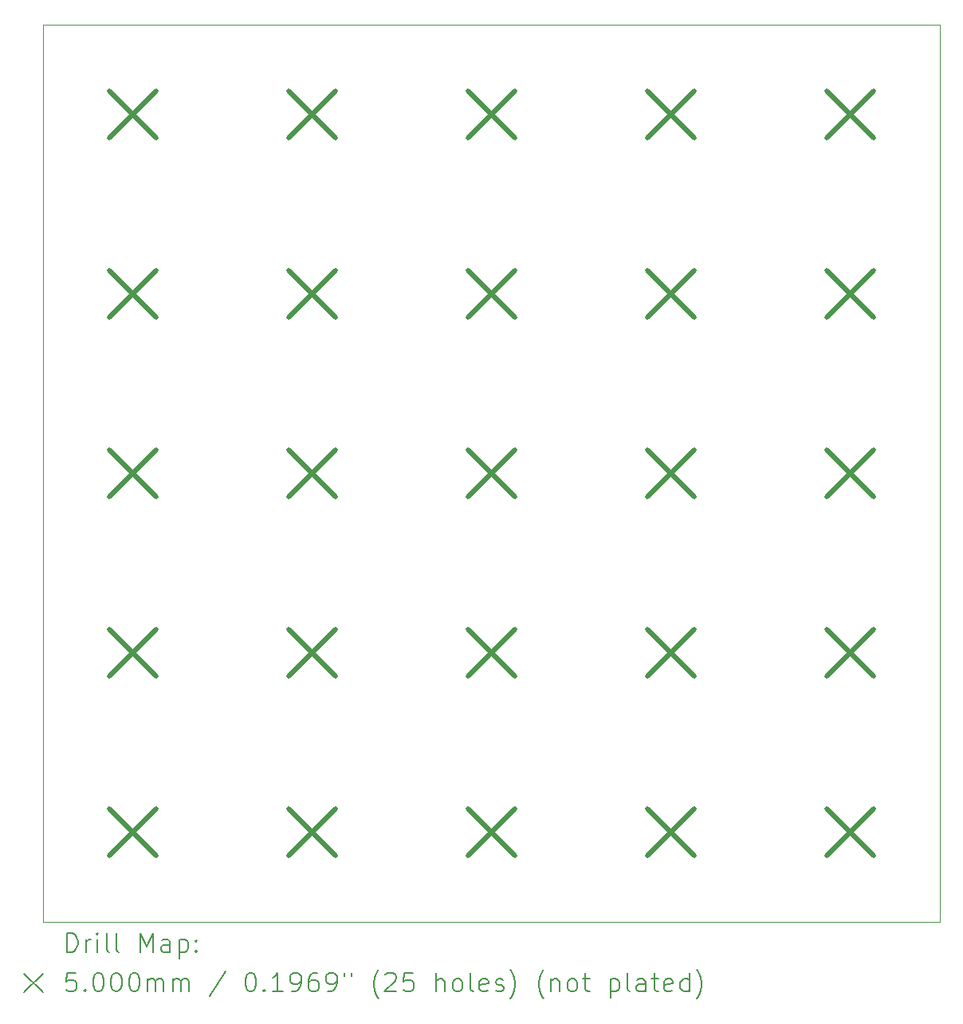
<source format=gbr>
%FSLAX45Y45*%
G04 Gerber Fmt 4.5, Leading zero omitted, Abs format (unit mm)*
G04 Created by KiCad (PCBNEW (6.0.4)) date 2022-05-04 18:37:27*
%MOMM*%
%LPD*%
G01*
G04 APERTURE LIST*
%TA.AperFunction,Profile*%
%ADD10C,0.100000*%
%TD*%
%ADD11C,0.200000*%
%ADD12C,0.500000*%
G04 APERTURE END LIST*
D10*
X1941250Y-2863750D02*
X11466250Y-2863750D01*
X11466250Y-2863750D02*
X11466250Y-12388750D01*
X11466250Y-12388750D02*
X1941250Y-12388750D01*
X1941250Y-12388750D02*
X1941250Y-2863750D01*
D11*
D12*
X2643750Y-3566250D02*
X3143750Y-4066250D01*
X3143750Y-3566250D02*
X2643750Y-4066250D01*
X2643750Y-5471250D02*
X3143750Y-5971250D01*
X3143750Y-5471250D02*
X2643750Y-5971250D01*
X2643750Y-7376250D02*
X3143750Y-7876250D01*
X3143750Y-7376250D02*
X2643750Y-7876250D01*
X2643750Y-9281250D02*
X3143750Y-9781250D01*
X3143750Y-9281250D02*
X2643750Y-9781250D01*
X2643750Y-11186250D02*
X3143750Y-11686250D01*
X3143750Y-11186250D02*
X2643750Y-11686250D01*
X4548750Y-3566250D02*
X5048750Y-4066250D01*
X5048750Y-3566250D02*
X4548750Y-4066250D01*
X4548750Y-5471250D02*
X5048750Y-5971250D01*
X5048750Y-5471250D02*
X4548750Y-5971250D01*
X4548750Y-7376250D02*
X5048750Y-7876250D01*
X5048750Y-7376250D02*
X4548750Y-7876250D01*
X4548750Y-9281250D02*
X5048750Y-9781250D01*
X5048750Y-9281250D02*
X4548750Y-9781250D01*
X4548750Y-11186250D02*
X5048750Y-11686250D01*
X5048750Y-11186250D02*
X4548750Y-11686250D01*
X6453750Y-3566250D02*
X6953750Y-4066250D01*
X6953750Y-3566250D02*
X6453750Y-4066250D01*
X6453750Y-5471250D02*
X6953750Y-5971250D01*
X6953750Y-5471250D02*
X6453750Y-5971250D01*
X6453750Y-7376250D02*
X6953750Y-7876250D01*
X6953750Y-7376250D02*
X6453750Y-7876250D01*
X6453750Y-9281250D02*
X6953750Y-9781250D01*
X6953750Y-9281250D02*
X6453750Y-9781250D01*
X6453750Y-11186250D02*
X6953750Y-11686250D01*
X6953750Y-11186250D02*
X6453750Y-11686250D01*
X8358750Y-3566250D02*
X8858750Y-4066250D01*
X8858750Y-3566250D02*
X8358750Y-4066250D01*
X8358750Y-5471250D02*
X8858750Y-5971250D01*
X8858750Y-5471250D02*
X8358750Y-5971250D01*
X8358750Y-7376250D02*
X8858750Y-7876250D01*
X8858750Y-7376250D02*
X8358750Y-7876250D01*
X8358750Y-9281250D02*
X8858750Y-9781250D01*
X8858750Y-9281250D02*
X8358750Y-9781250D01*
X8358750Y-11186250D02*
X8858750Y-11686250D01*
X8858750Y-11186250D02*
X8358750Y-11686250D01*
X10263750Y-3566250D02*
X10763750Y-4066250D01*
X10763750Y-3566250D02*
X10263750Y-4066250D01*
X10263750Y-5471250D02*
X10763750Y-5971250D01*
X10763750Y-5471250D02*
X10263750Y-5971250D01*
X10263750Y-7372750D02*
X10763750Y-7872750D01*
X10763750Y-7372750D02*
X10263750Y-7872750D01*
X10263750Y-9281250D02*
X10763750Y-9781250D01*
X10763750Y-9281250D02*
X10263750Y-9781250D01*
X10263750Y-11186250D02*
X10763750Y-11686250D01*
X10763750Y-11186250D02*
X10263750Y-11686250D01*
D11*
X2193869Y-12704226D02*
X2193869Y-12504226D01*
X2241488Y-12504226D01*
X2270060Y-12513750D01*
X2289107Y-12532798D01*
X2298631Y-12551845D01*
X2308155Y-12589940D01*
X2308155Y-12618512D01*
X2298631Y-12656607D01*
X2289107Y-12675655D01*
X2270060Y-12694702D01*
X2241488Y-12704226D01*
X2193869Y-12704226D01*
X2393869Y-12704226D02*
X2393869Y-12570893D01*
X2393869Y-12608988D02*
X2403393Y-12589940D01*
X2412917Y-12580417D01*
X2431964Y-12570893D01*
X2451012Y-12570893D01*
X2517679Y-12704226D02*
X2517679Y-12570893D01*
X2517679Y-12504226D02*
X2508155Y-12513750D01*
X2517679Y-12523274D01*
X2527202Y-12513750D01*
X2517679Y-12504226D01*
X2517679Y-12523274D01*
X2641488Y-12704226D02*
X2622440Y-12694702D01*
X2612917Y-12675655D01*
X2612917Y-12504226D01*
X2746250Y-12704226D02*
X2727202Y-12694702D01*
X2717679Y-12675655D01*
X2717679Y-12504226D01*
X2974821Y-12704226D02*
X2974821Y-12504226D01*
X3041488Y-12647083D01*
X3108155Y-12504226D01*
X3108155Y-12704226D01*
X3289107Y-12704226D02*
X3289107Y-12599464D01*
X3279583Y-12580417D01*
X3260536Y-12570893D01*
X3222440Y-12570893D01*
X3203393Y-12580417D01*
X3289107Y-12694702D02*
X3270059Y-12704226D01*
X3222440Y-12704226D01*
X3203393Y-12694702D01*
X3193869Y-12675655D01*
X3193869Y-12656607D01*
X3203393Y-12637559D01*
X3222440Y-12628036D01*
X3270059Y-12628036D01*
X3289107Y-12618512D01*
X3384345Y-12570893D02*
X3384345Y-12770893D01*
X3384345Y-12580417D02*
X3403393Y-12570893D01*
X3441488Y-12570893D01*
X3460536Y-12580417D01*
X3470059Y-12589940D01*
X3479583Y-12608988D01*
X3479583Y-12666131D01*
X3470059Y-12685178D01*
X3460536Y-12694702D01*
X3441488Y-12704226D01*
X3403393Y-12704226D01*
X3384345Y-12694702D01*
X3565298Y-12685178D02*
X3574821Y-12694702D01*
X3565298Y-12704226D01*
X3555774Y-12694702D01*
X3565298Y-12685178D01*
X3565298Y-12704226D01*
X3565298Y-12580417D02*
X3574821Y-12589940D01*
X3565298Y-12599464D01*
X3555774Y-12589940D01*
X3565298Y-12580417D01*
X3565298Y-12599464D01*
X1736250Y-12933750D02*
X1936250Y-13133750D01*
X1936250Y-12933750D02*
X1736250Y-13133750D01*
X2289107Y-12924226D02*
X2193869Y-12924226D01*
X2184345Y-13019464D01*
X2193869Y-13009940D01*
X2212917Y-13000417D01*
X2260536Y-13000417D01*
X2279583Y-13009940D01*
X2289107Y-13019464D01*
X2298631Y-13038512D01*
X2298631Y-13086131D01*
X2289107Y-13105178D01*
X2279583Y-13114702D01*
X2260536Y-13124226D01*
X2212917Y-13124226D01*
X2193869Y-13114702D01*
X2184345Y-13105178D01*
X2384345Y-13105178D02*
X2393869Y-13114702D01*
X2384345Y-13124226D01*
X2374821Y-13114702D01*
X2384345Y-13105178D01*
X2384345Y-13124226D01*
X2517679Y-12924226D02*
X2536726Y-12924226D01*
X2555774Y-12933750D01*
X2565298Y-12943274D01*
X2574821Y-12962321D01*
X2584345Y-13000417D01*
X2584345Y-13048036D01*
X2574821Y-13086131D01*
X2565298Y-13105178D01*
X2555774Y-13114702D01*
X2536726Y-13124226D01*
X2517679Y-13124226D01*
X2498631Y-13114702D01*
X2489107Y-13105178D01*
X2479583Y-13086131D01*
X2470060Y-13048036D01*
X2470060Y-13000417D01*
X2479583Y-12962321D01*
X2489107Y-12943274D01*
X2498631Y-12933750D01*
X2517679Y-12924226D01*
X2708155Y-12924226D02*
X2727202Y-12924226D01*
X2746250Y-12933750D01*
X2755774Y-12943274D01*
X2765298Y-12962321D01*
X2774821Y-13000417D01*
X2774821Y-13048036D01*
X2765298Y-13086131D01*
X2755774Y-13105178D01*
X2746250Y-13114702D01*
X2727202Y-13124226D01*
X2708155Y-13124226D01*
X2689107Y-13114702D01*
X2679583Y-13105178D01*
X2670060Y-13086131D01*
X2660536Y-13048036D01*
X2660536Y-13000417D01*
X2670060Y-12962321D01*
X2679583Y-12943274D01*
X2689107Y-12933750D01*
X2708155Y-12924226D01*
X2898631Y-12924226D02*
X2917678Y-12924226D01*
X2936726Y-12933750D01*
X2946250Y-12943274D01*
X2955774Y-12962321D01*
X2965298Y-13000417D01*
X2965298Y-13048036D01*
X2955774Y-13086131D01*
X2946250Y-13105178D01*
X2936726Y-13114702D01*
X2917678Y-13124226D01*
X2898631Y-13124226D01*
X2879583Y-13114702D01*
X2870059Y-13105178D01*
X2860536Y-13086131D01*
X2851012Y-13048036D01*
X2851012Y-13000417D01*
X2860536Y-12962321D01*
X2870059Y-12943274D01*
X2879583Y-12933750D01*
X2898631Y-12924226D01*
X3051012Y-13124226D02*
X3051012Y-12990893D01*
X3051012Y-13009940D02*
X3060536Y-13000417D01*
X3079583Y-12990893D01*
X3108155Y-12990893D01*
X3127202Y-13000417D01*
X3136726Y-13019464D01*
X3136726Y-13124226D01*
X3136726Y-13019464D02*
X3146250Y-13000417D01*
X3165298Y-12990893D01*
X3193869Y-12990893D01*
X3212917Y-13000417D01*
X3222440Y-13019464D01*
X3222440Y-13124226D01*
X3317678Y-13124226D02*
X3317678Y-12990893D01*
X3317678Y-13009940D02*
X3327202Y-13000417D01*
X3346250Y-12990893D01*
X3374821Y-12990893D01*
X3393869Y-13000417D01*
X3403393Y-13019464D01*
X3403393Y-13124226D01*
X3403393Y-13019464D02*
X3412917Y-13000417D01*
X3431964Y-12990893D01*
X3460536Y-12990893D01*
X3479583Y-13000417D01*
X3489107Y-13019464D01*
X3489107Y-13124226D01*
X3879583Y-12914702D02*
X3708155Y-13171845D01*
X4136726Y-12924226D02*
X4155774Y-12924226D01*
X4174821Y-12933750D01*
X4184345Y-12943274D01*
X4193869Y-12962321D01*
X4203393Y-13000417D01*
X4203393Y-13048036D01*
X4193869Y-13086131D01*
X4184345Y-13105178D01*
X4174821Y-13114702D01*
X4155774Y-13124226D01*
X4136726Y-13124226D01*
X4117678Y-13114702D01*
X4108155Y-13105178D01*
X4098631Y-13086131D01*
X4089107Y-13048036D01*
X4089107Y-13000417D01*
X4098631Y-12962321D01*
X4108155Y-12943274D01*
X4117678Y-12933750D01*
X4136726Y-12924226D01*
X4289107Y-13105178D02*
X4298631Y-13114702D01*
X4289107Y-13124226D01*
X4279583Y-13114702D01*
X4289107Y-13105178D01*
X4289107Y-13124226D01*
X4489107Y-13124226D02*
X4374821Y-13124226D01*
X4431964Y-13124226D02*
X4431964Y-12924226D01*
X4412917Y-12952798D01*
X4393869Y-12971845D01*
X4374821Y-12981369D01*
X4584345Y-13124226D02*
X4622440Y-13124226D01*
X4641488Y-13114702D01*
X4651012Y-13105178D01*
X4670060Y-13076607D01*
X4679583Y-13038512D01*
X4679583Y-12962321D01*
X4670060Y-12943274D01*
X4660536Y-12933750D01*
X4641488Y-12924226D01*
X4603393Y-12924226D01*
X4584345Y-12933750D01*
X4574821Y-12943274D01*
X4565298Y-12962321D01*
X4565298Y-13009940D01*
X4574821Y-13028988D01*
X4584345Y-13038512D01*
X4603393Y-13048036D01*
X4641488Y-13048036D01*
X4660536Y-13038512D01*
X4670060Y-13028988D01*
X4679583Y-13009940D01*
X4851012Y-12924226D02*
X4812917Y-12924226D01*
X4793869Y-12933750D01*
X4784345Y-12943274D01*
X4765298Y-12971845D01*
X4755774Y-13009940D01*
X4755774Y-13086131D01*
X4765298Y-13105178D01*
X4774821Y-13114702D01*
X4793869Y-13124226D01*
X4831964Y-13124226D01*
X4851012Y-13114702D01*
X4860536Y-13105178D01*
X4870060Y-13086131D01*
X4870060Y-13038512D01*
X4860536Y-13019464D01*
X4851012Y-13009940D01*
X4831964Y-13000417D01*
X4793869Y-13000417D01*
X4774821Y-13009940D01*
X4765298Y-13019464D01*
X4755774Y-13038512D01*
X4965298Y-13124226D02*
X5003393Y-13124226D01*
X5022440Y-13114702D01*
X5031964Y-13105178D01*
X5051012Y-13076607D01*
X5060536Y-13038512D01*
X5060536Y-12962321D01*
X5051012Y-12943274D01*
X5041488Y-12933750D01*
X5022440Y-12924226D01*
X4984345Y-12924226D01*
X4965298Y-12933750D01*
X4955774Y-12943274D01*
X4946250Y-12962321D01*
X4946250Y-13009940D01*
X4955774Y-13028988D01*
X4965298Y-13038512D01*
X4984345Y-13048036D01*
X5022440Y-13048036D01*
X5041488Y-13038512D01*
X5051012Y-13028988D01*
X5060536Y-13009940D01*
X5136726Y-12924226D02*
X5136726Y-12962321D01*
X5212917Y-12924226D02*
X5212917Y-12962321D01*
X5508155Y-13200417D02*
X5498631Y-13190893D01*
X5479583Y-13162321D01*
X5470060Y-13143274D01*
X5460536Y-13114702D01*
X5451012Y-13067083D01*
X5451012Y-13028988D01*
X5460536Y-12981369D01*
X5470060Y-12952798D01*
X5479583Y-12933750D01*
X5498631Y-12905178D01*
X5508155Y-12895655D01*
X5574821Y-12943274D02*
X5584345Y-12933750D01*
X5603393Y-12924226D01*
X5651012Y-12924226D01*
X5670059Y-12933750D01*
X5679583Y-12943274D01*
X5689107Y-12962321D01*
X5689107Y-12981369D01*
X5679583Y-13009940D01*
X5565298Y-13124226D01*
X5689107Y-13124226D01*
X5870059Y-12924226D02*
X5774821Y-12924226D01*
X5765298Y-13019464D01*
X5774821Y-13009940D01*
X5793869Y-13000417D01*
X5841488Y-13000417D01*
X5860536Y-13009940D01*
X5870059Y-13019464D01*
X5879583Y-13038512D01*
X5879583Y-13086131D01*
X5870059Y-13105178D01*
X5860536Y-13114702D01*
X5841488Y-13124226D01*
X5793869Y-13124226D01*
X5774821Y-13114702D01*
X5765298Y-13105178D01*
X6117678Y-13124226D02*
X6117678Y-12924226D01*
X6203393Y-13124226D02*
X6203393Y-13019464D01*
X6193869Y-13000417D01*
X6174821Y-12990893D01*
X6146250Y-12990893D01*
X6127202Y-13000417D01*
X6117678Y-13009940D01*
X6327202Y-13124226D02*
X6308155Y-13114702D01*
X6298631Y-13105178D01*
X6289107Y-13086131D01*
X6289107Y-13028988D01*
X6298631Y-13009940D01*
X6308155Y-13000417D01*
X6327202Y-12990893D01*
X6355774Y-12990893D01*
X6374821Y-13000417D01*
X6384345Y-13009940D01*
X6393869Y-13028988D01*
X6393869Y-13086131D01*
X6384345Y-13105178D01*
X6374821Y-13114702D01*
X6355774Y-13124226D01*
X6327202Y-13124226D01*
X6508155Y-13124226D02*
X6489107Y-13114702D01*
X6479583Y-13095655D01*
X6479583Y-12924226D01*
X6660536Y-13114702D02*
X6641488Y-13124226D01*
X6603393Y-13124226D01*
X6584345Y-13114702D01*
X6574821Y-13095655D01*
X6574821Y-13019464D01*
X6584345Y-13000417D01*
X6603393Y-12990893D01*
X6641488Y-12990893D01*
X6660536Y-13000417D01*
X6670059Y-13019464D01*
X6670059Y-13038512D01*
X6574821Y-13057559D01*
X6746250Y-13114702D02*
X6765298Y-13124226D01*
X6803393Y-13124226D01*
X6822440Y-13114702D01*
X6831964Y-13095655D01*
X6831964Y-13086131D01*
X6822440Y-13067083D01*
X6803393Y-13057559D01*
X6774821Y-13057559D01*
X6755774Y-13048036D01*
X6746250Y-13028988D01*
X6746250Y-13019464D01*
X6755774Y-13000417D01*
X6774821Y-12990893D01*
X6803393Y-12990893D01*
X6822440Y-13000417D01*
X6898631Y-13200417D02*
X6908155Y-13190893D01*
X6927202Y-13162321D01*
X6936726Y-13143274D01*
X6946250Y-13114702D01*
X6955774Y-13067083D01*
X6955774Y-13028988D01*
X6946250Y-12981369D01*
X6936726Y-12952798D01*
X6927202Y-12933750D01*
X6908155Y-12905178D01*
X6898631Y-12895655D01*
X7260536Y-13200417D02*
X7251012Y-13190893D01*
X7231964Y-13162321D01*
X7222440Y-13143274D01*
X7212917Y-13114702D01*
X7203393Y-13067083D01*
X7203393Y-13028988D01*
X7212917Y-12981369D01*
X7222440Y-12952798D01*
X7231964Y-12933750D01*
X7251012Y-12905178D01*
X7260536Y-12895655D01*
X7336726Y-12990893D02*
X7336726Y-13124226D01*
X7336726Y-13009940D02*
X7346250Y-13000417D01*
X7365298Y-12990893D01*
X7393869Y-12990893D01*
X7412917Y-13000417D01*
X7422440Y-13019464D01*
X7422440Y-13124226D01*
X7546250Y-13124226D02*
X7527202Y-13114702D01*
X7517678Y-13105178D01*
X7508155Y-13086131D01*
X7508155Y-13028988D01*
X7517678Y-13009940D01*
X7527202Y-13000417D01*
X7546250Y-12990893D01*
X7574821Y-12990893D01*
X7593869Y-13000417D01*
X7603393Y-13009940D01*
X7612917Y-13028988D01*
X7612917Y-13086131D01*
X7603393Y-13105178D01*
X7593869Y-13114702D01*
X7574821Y-13124226D01*
X7546250Y-13124226D01*
X7670059Y-12990893D02*
X7746250Y-12990893D01*
X7698631Y-12924226D02*
X7698631Y-13095655D01*
X7708155Y-13114702D01*
X7727202Y-13124226D01*
X7746250Y-13124226D01*
X7965298Y-12990893D02*
X7965298Y-13190893D01*
X7965298Y-13000417D02*
X7984345Y-12990893D01*
X8022440Y-12990893D01*
X8041488Y-13000417D01*
X8051012Y-13009940D01*
X8060536Y-13028988D01*
X8060536Y-13086131D01*
X8051012Y-13105178D01*
X8041488Y-13114702D01*
X8022440Y-13124226D01*
X7984345Y-13124226D01*
X7965298Y-13114702D01*
X8174821Y-13124226D02*
X8155774Y-13114702D01*
X8146250Y-13095655D01*
X8146250Y-12924226D01*
X8336726Y-13124226D02*
X8336726Y-13019464D01*
X8327202Y-13000417D01*
X8308155Y-12990893D01*
X8270059Y-12990893D01*
X8251012Y-13000417D01*
X8336726Y-13114702D02*
X8317678Y-13124226D01*
X8270059Y-13124226D01*
X8251012Y-13114702D01*
X8241488Y-13095655D01*
X8241488Y-13076607D01*
X8251012Y-13057559D01*
X8270059Y-13048036D01*
X8317678Y-13048036D01*
X8336726Y-13038512D01*
X8403393Y-12990893D02*
X8479583Y-12990893D01*
X8431964Y-12924226D02*
X8431964Y-13095655D01*
X8441488Y-13114702D01*
X8460536Y-13124226D01*
X8479583Y-13124226D01*
X8622440Y-13114702D02*
X8603393Y-13124226D01*
X8565298Y-13124226D01*
X8546250Y-13114702D01*
X8536726Y-13095655D01*
X8536726Y-13019464D01*
X8546250Y-13000417D01*
X8565298Y-12990893D01*
X8603393Y-12990893D01*
X8622440Y-13000417D01*
X8631964Y-13019464D01*
X8631964Y-13038512D01*
X8536726Y-13057559D01*
X8803393Y-13124226D02*
X8803393Y-12924226D01*
X8803393Y-13114702D02*
X8784345Y-13124226D01*
X8746250Y-13124226D01*
X8727202Y-13114702D01*
X8717679Y-13105178D01*
X8708155Y-13086131D01*
X8708155Y-13028988D01*
X8717679Y-13009940D01*
X8727202Y-13000417D01*
X8746250Y-12990893D01*
X8784345Y-12990893D01*
X8803393Y-13000417D01*
X8879583Y-13200417D02*
X8889107Y-13190893D01*
X8908155Y-13162321D01*
X8917679Y-13143274D01*
X8927202Y-13114702D01*
X8936726Y-13067083D01*
X8936726Y-13028988D01*
X8927202Y-12981369D01*
X8917679Y-12952798D01*
X8908155Y-12933750D01*
X8889107Y-12905178D01*
X8879583Y-12895655D01*
M02*

</source>
